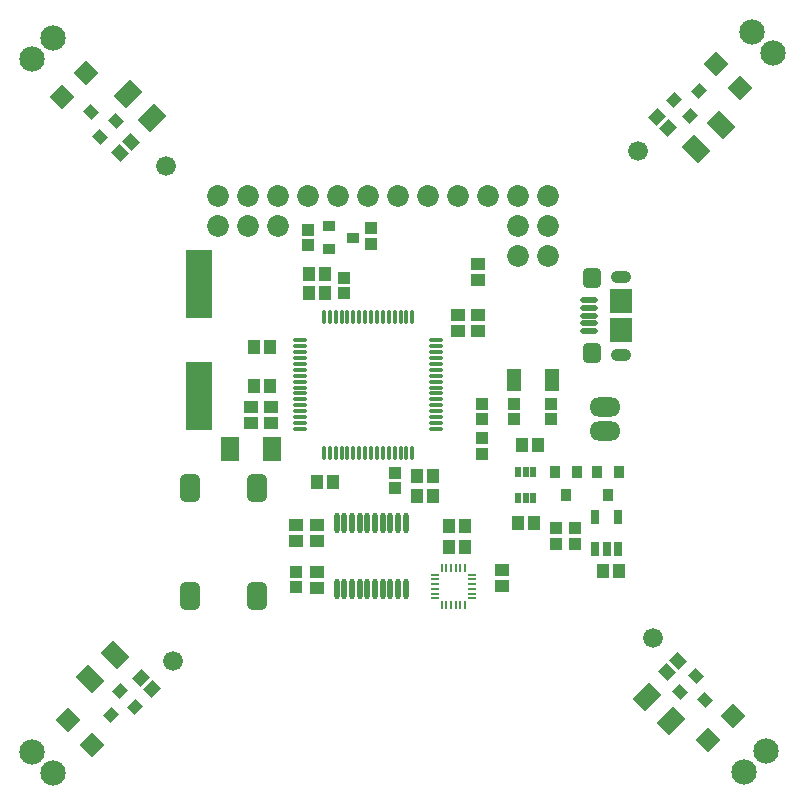
<source format=gts>
G04*
G04 #@! TF.GenerationSoftware,Altium Limited,Altium Designer,21.0.8 (223)*
G04*
G04 Layer_Color=8388736*
%FSLAX44Y44*%
%MOMM*%
G71*
G04*
G04 #@! TF.SameCoordinates,FEFD6B0F-C875-4ADE-8CDF-9C75FE8239C7*
G04*
G04*
G04 #@! TF.FilePolarity,Negative*
G04*
G01*
G75*
%ADD41R,0.7500X1.2000*%
%ADD42R,0.9500X1.0500*%
%ADD43R,1.1500X1.0500*%
G04:AMPARAMS|DCode=44|XSize=1.95mm|YSize=1.45mm|CornerRadius=0mm|HoleSize=0mm|Usage=FLASHONLY|Rotation=225.000|XOffset=0mm|YOffset=0mm|HoleType=Round|Shape=Rectangle|*
%AMROTATEDRECTD44*
4,1,4,0.1768,1.2021,1.2021,0.1768,-0.1768,-1.2021,-1.2021,-0.1768,0.1768,1.2021,0.0*
%
%ADD44ROTATEDRECTD44*%

%ADD45R,1.5500X2.1500*%
%ADD46R,1.0500X1.1500*%
%ADD47R,0.5016X0.9516*%
%ADD48R,1.1000X1.0000*%
%ADD49R,1.3000X1.8500*%
G04:AMPARAMS|DCode=50|XSize=1.95mm|YSize=1.45mm|CornerRadius=0mm|HoleSize=0mm|Usage=FLASHONLY|Rotation=315.000|XOffset=0mm|YOffset=0mm|HoleType=Round|Shape=Rectangle|*
%AMROTATEDRECTD50*
4,1,4,-1.2021,0.1768,-0.1768,1.2021,1.2021,-0.1768,0.1768,-1.2021,-1.2021,0.1768,0.0*
%
%ADD50ROTATEDRECTD50*%

%ADD51R,1.0500X0.9500*%
%ADD52R,2.2500X5.7500*%
%ADD53O,0.3508X1.2508*%
%ADD54O,1.2508X0.3508*%
%ADD55R,0.2708X0.6908*%
%ADD56R,0.6908X0.2708*%
%ADD57C,1.6740*%
%ADD58O,1.5000X0.5500*%
G04:AMPARAMS|DCode=59|XSize=1.75mm|YSize=1.55mm|CornerRadius=0.425mm|HoleSize=0mm|Usage=FLASHONLY|Rotation=270.000|XOffset=0mm|YOffset=0mm|HoleType=Round|Shape=RoundedRectangle|*
%AMROUNDEDRECTD59*
21,1,1.7500,0.7000,0,0,270.0*
21,1,0.9000,1.5500,0,0,270.0*
1,1,0.8500,-0.3500,-0.4500*
1,1,0.8500,-0.3500,0.4500*
1,1,0.8500,0.3500,0.4500*
1,1,0.8500,0.3500,-0.4500*
%
%ADD59ROUNDEDRECTD59*%
%ADD60R,1.9500X2.0500*%
G04:AMPARAMS|DCode=61|XSize=1.45mm|YSize=1.55mm|CornerRadius=0mm|HoleSize=0mm|Usage=FLASHONLY|Rotation=45.000|XOffset=0mm|YOffset=0mm|HoleType=Round|Shape=Rectangle|*
%AMROTATEDRECTD61*
4,1,4,0.0354,-1.0607,-1.0607,0.0354,-0.0354,1.0607,1.0607,-0.0354,0.0354,-1.0607,0.0*
%
%ADD61ROTATEDRECTD61*%

G04:AMPARAMS|DCode=62|XSize=1.1mm|YSize=1mm|CornerRadius=0mm|HoleSize=0mm|Usage=FLASHONLY|Rotation=315.000|XOffset=0mm|YOffset=0mm|HoleType=Round|Shape=Rectangle|*
%AMROTATEDRECTD62*
4,1,4,-0.7425,0.0354,-0.0354,0.7425,0.7425,-0.0354,0.0354,-0.7425,-0.7425,0.0354,0.0*
%
%ADD62ROTATEDRECTD62*%

G04:AMPARAMS|DCode=63|XSize=0.95mm|YSize=1.05mm|CornerRadius=0mm|HoleSize=0mm|Usage=FLASHONLY|Rotation=225.000|XOffset=0mm|YOffset=0mm|HoleType=Round|Shape=Rectangle|*
%AMROTATEDRECTD63*
4,1,4,-0.0354,0.7071,0.7071,-0.0354,0.0354,-0.7071,-0.7071,0.0354,-0.0354,0.7071,0.0*
%
%ADD63ROTATEDRECTD63*%

G04:AMPARAMS|DCode=64|XSize=1.1mm|YSize=1mm|CornerRadius=0mm|HoleSize=0mm|Usage=FLASHONLY|Rotation=225.000|XOffset=0mm|YOffset=0mm|HoleType=Round|Shape=Rectangle|*
%AMROTATEDRECTD64*
4,1,4,0.0354,0.7425,0.7425,0.0354,-0.0354,-0.7425,-0.7425,-0.0354,0.0354,0.7425,0.0*
%
%ADD64ROTATEDRECTD64*%

G04:AMPARAMS|DCode=65|XSize=0.95mm|YSize=1.05mm|CornerRadius=0mm|HoleSize=0mm|Usage=FLASHONLY|Rotation=135.000|XOffset=0mm|YOffset=0mm|HoleType=Round|Shape=Rectangle|*
%AMROTATEDRECTD65*
4,1,4,0.7071,0.0354,-0.0354,-0.7071,-0.7071,-0.0354,0.0354,0.7071,0.7071,0.0354,0.0*
%
%ADD65ROTATEDRECTD65*%

G04:AMPARAMS|DCode=66|XSize=1.45mm|YSize=1.55mm|CornerRadius=0mm|HoleSize=0mm|Usage=FLASHONLY|Rotation=315.000|XOffset=0mm|YOffset=0mm|HoleType=Round|Shape=Rectangle|*
%AMROTATEDRECTD66*
4,1,4,-1.0607,-0.0354,0.0354,1.0607,1.0607,0.0354,-0.0354,-1.0607,-1.0607,-0.0354,0.0*
%
%ADD66ROTATEDRECTD66*%

G04:AMPARAMS|DCode=67|XSize=1.75mm|YSize=2.34mm|CornerRadius=0.475mm|HoleSize=0mm|Usage=FLASHONLY|Rotation=0.000|XOffset=0mm|YOffset=0mm|HoleType=Round|Shape=RoundedRectangle|*
%AMROUNDEDRECTD67*
21,1,1.7500,1.3900,0,0,0.0*
21,1,0.8000,2.3400,0,0,0.0*
1,1,0.9500,0.4000,-0.6950*
1,1,0.9500,-0.4000,-0.6950*
1,1,0.9500,-0.4000,0.6950*
1,1,0.9500,0.4000,0.6950*
%
%ADD67ROUNDEDRECTD67*%
%ADD68O,0.5000X1.7500*%
%ADD69O,2.6500X1.6500*%
%ADD70C,2.1500*%
%ADD71C,1.8500*%
%ADD72O,1.7500X1.0500*%
D41*
X167030Y-121700D02*
D03*
X176530D02*
D03*
X186030D02*
D03*
Y-94200D02*
D03*
X167030D02*
D03*
D42*
X177800Y-76040D02*
D03*
X168300Y-56040D02*
D03*
X187300D02*
D03*
X142240Y-76040D02*
D03*
X132740Y-56040D02*
D03*
X151740D02*
D03*
D43*
X-107950Y-14370D02*
D03*
Y-870D02*
D03*
X-86360Y-114700D02*
D03*
Y-101200D02*
D03*
X67310Y63100D02*
D03*
Y76600D02*
D03*
X-124460Y-870D02*
D03*
Y-14370D02*
D03*
X50800Y76600D02*
D03*
Y63100D02*
D03*
X67310Y119780D02*
D03*
Y106280D02*
D03*
X-68580Y-114700D02*
D03*
Y-101200D02*
D03*
Y-140570D02*
D03*
Y-154070D02*
D03*
X87630Y-152800D02*
D03*
Y-139300D02*
D03*
D44*
X-208094Y243654D02*
D03*
X-228600Y264160D02*
D03*
X231233Y-266793D02*
D03*
X210727Y-246287D02*
D03*
D45*
X-142460Y-36832D02*
D03*
X-106460D02*
D03*
D46*
X16110Y-76200D02*
D03*
X29610D02*
D03*
X101200Y-99060D02*
D03*
X114700D02*
D03*
X16110Y-59690D02*
D03*
X29610D02*
D03*
X-108820Y16510D02*
D03*
X-122320D02*
D03*
X-108820Y49530D02*
D03*
X-122320D02*
D03*
X-61830Y111760D02*
D03*
X-75330D02*
D03*
X-61830Y95250D02*
D03*
X-75330D02*
D03*
X-68980Y-64770D02*
D03*
X-55480D02*
D03*
X187090Y-139700D02*
D03*
X173590D02*
D03*
X118510Y-33020D02*
D03*
X105010D02*
D03*
X56280Y-101600D02*
D03*
X42780D02*
D03*
X56280Y-119380D02*
D03*
X42780D02*
D03*
D47*
X101450Y-78560D02*
D03*
X107950D02*
D03*
X114450D02*
D03*
Y-56060D02*
D03*
X107950D02*
D03*
X101450D02*
D03*
D48*
X129540Y1420D02*
D03*
Y-11580D02*
D03*
X97790Y1420D02*
D03*
Y-11580D02*
D03*
X71120Y-11580D02*
D03*
Y1420D02*
D03*
Y-27790D02*
D03*
Y-40790D02*
D03*
X149860Y-116990D02*
D03*
Y-103990D02*
D03*
X133350Y-103990D02*
D03*
Y-116990D02*
D03*
X-76200Y135740D02*
D03*
Y148740D02*
D03*
X-22860Y137010D02*
D03*
Y150010D02*
D03*
X-45720Y95100D02*
D03*
Y108100D02*
D03*
X-86360Y-153820D02*
D03*
Y-140820D02*
D03*
X-2540Y-57000D02*
D03*
Y-70000D02*
D03*
D49*
X98550Y21590D02*
D03*
X130050D02*
D03*
D50*
X-239937Y-210727D02*
D03*
X-260443Y-231233D02*
D03*
X273143Y237583D02*
D03*
X252637Y217077D02*
D03*
D51*
X-58260Y132740D02*
D03*
Y151740D02*
D03*
X-38260Y142240D02*
D03*
D52*
X-168910Y103380D02*
D03*
Y8380D02*
D03*
D53*
X-52900Y75280D02*
D03*
X-47900D02*
D03*
X-42900D02*
D03*
X-37900D02*
D03*
X-32900D02*
D03*
X-27900D02*
D03*
X-22900D02*
D03*
X-17900D02*
D03*
X-12900D02*
D03*
X-7900D02*
D03*
X-2900D02*
D03*
X2100D02*
D03*
X7100D02*
D03*
X12100D02*
D03*
X7100Y-39720D02*
D03*
X2100D02*
D03*
X-2900D02*
D03*
X-7900D02*
D03*
X-12900D02*
D03*
X-17900D02*
D03*
X-22900D02*
D03*
X-27900D02*
D03*
X-32900D02*
D03*
X-37900D02*
D03*
X-42900D02*
D03*
X-47900D02*
D03*
X-62900D02*
D03*
X-52900D02*
D03*
X-62900Y75280D02*
D03*
X12100Y-39720D02*
D03*
X-57900D02*
D03*
Y75280D02*
D03*
D54*
X32100Y50280D02*
D03*
Y45280D02*
D03*
Y40280D02*
D03*
Y35280D02*
D03*
Y30280D02*
D03*
Y25280D02*
D03*
Y20280D02*
D03*
Y15280D02*
D03*
Y10280D02*
D03*
Y5280D02*
D03*
Y280D02*
D03*
Y-4720D02*
D03*
Y-9720D02*
D03*
Y-14720D02*
D03*
Y-19720D02*
D03*
X-82900D02*
D03*
Y-14720D02*
D03*
Y-9720D02*
D03*
Y5280D02*
D03*
Y10280D02*
D03*
Y15280D02*
D03*
Y20280D02*
D03*
Y25280D02*
D03*
Y30280D02*
D03*
Y35280D02*
D03*
Y40280D02*
D03*
Y45280D02*
D03*
Y50280D02*
D03*
Y-4720D02*
D03*
Y55280D02*
D03*
X32100D02*
D03*
X-82900Y280D02*
D03*
D55*
X36780Y-137680D02*
D03*
X56780D02*
D03*
X40780D02*
D03*
X44780D02*
D03*
X48780D02*
D03*
X52780D02*
D03*
X56780Y-168580D02*
D03*
X52780D02*
D03*
X48780D02*
D03*
X44780D02*
D03*
X40780D02*
D03*
X36780D02*
D03*
D56*
X31330Y-147130D02*
D03*
X62230Y-159130D02*
D03*
X31330Y-163130D02*
D03*
Y-159130D02*
D03*
Y-155130D02*
D03*
Y-151130D02*
D03*
Y-143130D02*
D03*
X62230D02*
D03*
Y-147130D02*
D03*
Y-151130D02*
D03*
Y-155130D02*
D03*
Y-163130D02*
D03*
D57*
X-190500Y-215900D02*
D03*
X-196850Y203200D02*
D03*
X203200Y215900D02*
D03*
X215900Y-196850D02*
D03*
D58*
X161710Y82700D02*
D03*
Y63200D02*
D03*
Y69700D02*
D03*
Y76200D02*
D03*
Y89200D02*
D03*
D59*
X163960Y44200D02*
D03*
Y108200D02*
D03*
D60*
X188460Y64200D02*
D03*
Y88200D02*
D03*
D61*
X-284573Y261527D02*
D03*
X-264067Y282033D02*
D03*
X283303Y-262797D02*
D03*
X262797Y-283303D02*
D03*
D62*
X-235736Y213844D02*
D03*
X-226544Y223036D02*
D03*
X237006Y-216384D02*
D03*
X227814Y-225576D02*
D03*
D63*
X-252376Y227511D02*
D03*
X-259801Y248371D02*
D03*
X-238941Y240946D02*
D03*
X252376Y-228781D02*
D03*
X259801Y-249641D02*
D03*
X238941Y-242216D02*
D03*
D64*
X218924Y244626D02*
D03*
X228116Y235434D02*
D03*
X-208764Y-239546D02*
D03*
X-217956Y-230354D02*
D03*
D65*
X233861Y258727D02*
D03*
X254721Y266151D02*
D03*
X247296Y245291D02*
D03*
X-222431Y-254916D02*
D03*
X-243291Y-262341D02*
D03*
X-235866Y-241481D02*
D03*
D66*
X269147Y289653D02*
D03*
X289653Y269147D02*
D03*
X-259080Y-287020D02*
D03*
X-279586Y-266514D02*
D03*
D67*
X-176530Y-69620D02*
D03*
Y-161520D02*
D03*
X-119380Y-69620D02*
D03*
Y-161520D02*
D03*
D68*
X-52110Y-155000D02*
D03*
X-39110D02*
D03*
X-32610D02*
D03*
X-26110D02*
D03*
X-19610D02*
D03*
X-13110D02*
D03*
X-6610D02*
D03*
X-110D02*
D03*
X6390D02*
D03*
X-52110Y-99000D02*
D03*
X-39110D02*
D03*
X-32610D02*
D03*
X-26110D02*
D03*
X-19610D02*
D03*
X-13110D02*
D03*
X-6610D02*
D03*
X-110D02*
D03*
X-45610Y-155000D02*
D03*
Y-99000D02*
D03*
X6390D02*
D03*
D69*
X175260Y-21430D02*
D03*
Y-1430D02*
D03*
D70*
X-310061Y293190D02*
D03*
X-292100Y311150D02*
D03*
Y-311150D02*
D03*
X-310061Y-293190D02*
D03*
X299540Y316411D02*
D03*
X317500Y298450D02*
D03*
X311150Y-292100D02*
D03*
X293190Y-310061D02*
D03*
D71*
X-152400Y177800D02*
D03*
X-101600D02*
D03*
X-152400Y152400D02*
D03*
X-127000D02*
D03*
Y177800D02*
D03*
X-101600Y152400D02*
D03*
X127000Y177800D02*
D03*
Y127000D02*
D03*
X101600D02*
D03*
X127000Y152400D02*
D03*
X101600D02*
D03*
Y177800D02*
D03*
X-25400D02*
D03*
X-50800D02*
D03*
X-76200D02*
D03*
X0D02*
D03*
X25400D02*
D03*
X50800D02*
D03*
X76200D02*
D03*
D72*
X188460Y43200D02*
D03*
Y109200D02*
D03*
M02*

</source>
